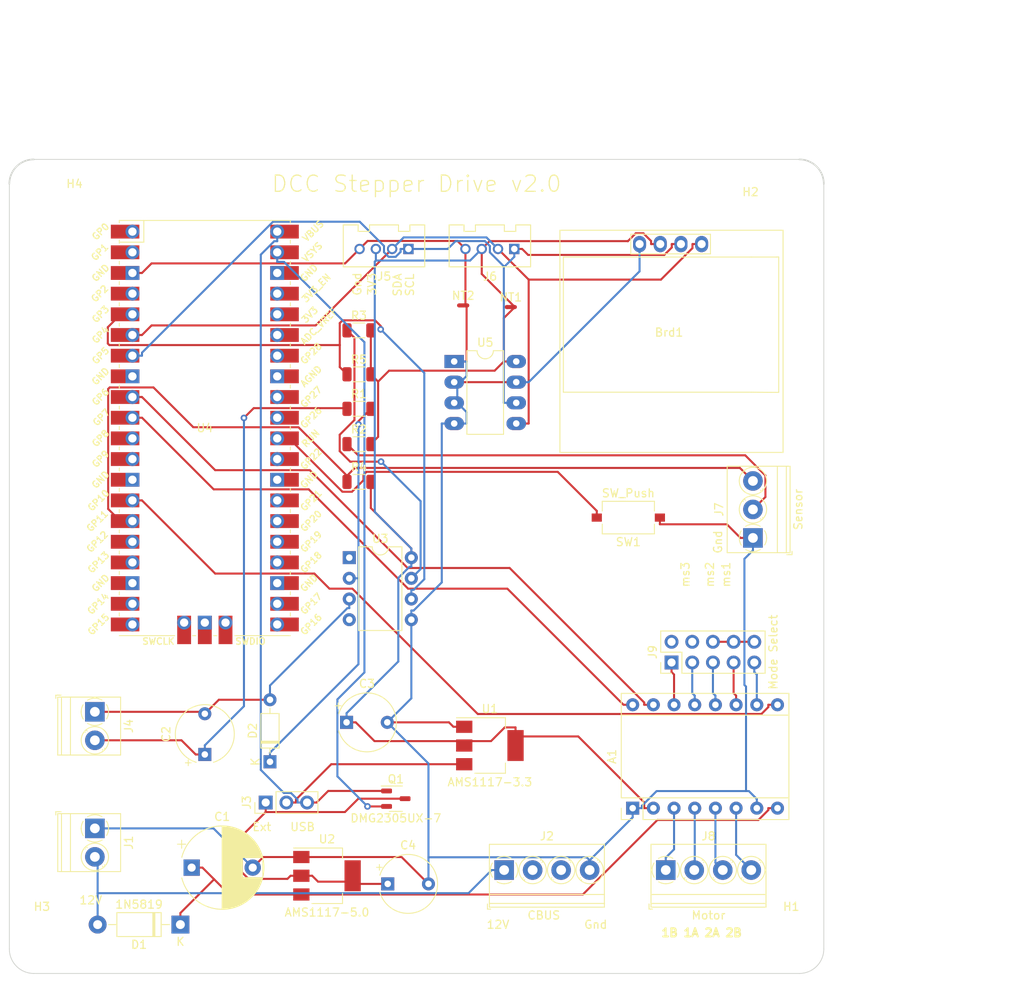
<source format=kicad_pcb>
(kicad_pcb (version 20211014) (generator pcbnew)
  (layers (0 "F.Cu" signal) (31 "B.Cu" signal) (34 "B.Paste" user) (35 "F.Paste" user) (36 "B.SilkS" user "B.Silkscreen") (37 "F.SilkS" user "F.Silkscreen") (38 "B.Mask" user) (39 "F.Mask" user) (44 "Edge.Cuts" user))
  (net 0 "")
  (net 1 "/5Vopt")
  (net 2 "Net-(A1-Pad3)")
  (net 3 "Net-(A1-Pad4)")
  (net 4 "Net-(A1-Pad5)")
  (net 5 "Net-(A1-Pad6)")
  (net 6 "Net-(A1-Pad10)")
  (net 7 "Net-(A1-Pad11)")
  (net 8 "/3V3")
  (net 9 "GND")
  (net 10 "/12V")
  (net 11 "Net-(A1-Pad12)")
  (net 12 "/5V")
  (net 13 "Net-(C2-Pad1)")
  (net 14 "Net-(D1-Pad2)")
  (net 15 "Net-(A1-Pad13)")
  (net 16 "/VBUS")
  (net 17 "Net-(A1-Pad14)")
  (net 18 "Net-(C2-Pad2)")
  (net 19 "/SDA")
  (net 20 "/SCL")
  (net 21 "/VSYS")
  (net 22 "Net-(J7-Pad2)")
  (net 23 "/DccIn")
  (net 27 "Net-(J7-Pad3)")
  (net 29 "Net-(A1-Pad9)")
  (net 52 "Net-(D2-Pad1)")
  (net 64 "Net-(A1-Pad15)")
  (net 65 "Net-(A1-Pad16)")
  (net 66 "Net-(R3-Pad1)")
  (net 67 "Net-(J6-Pad1)")
  (net 68 "Net-(J6-Pad2)")
  (net 69 "Net-(SW1-Pad2)")
  (net 70 "/+5V")
  (footprint "MountingHole:MountingHole_3.2mm_M3" (layer "F.Cu") (at 104 146)
    (fp_text reference "H3")
    (fp_text value "MountingHole")
  )
  (footprint "Diode_THT:D_DO-35_SOD27_P7.62mm_Horizontal" (layer "F.Cu") (at 132 124 90)
    (fp_text reference "D2")
    (fp_text value "1N4148")
  )
  (footprint "TerminalBlock_Phoenix:TerminalBlock_Phoenix_PT-1,5-3-3.5-H_1x03_P3.50mm_Horizontal" (layer "F.Cu") (at 191.3 96.5 90)
    (fp_text reference "J7")
    (fp_text value "Sensor")
  )
  (footprint "MCU_RaspberryPi_and_Boards:RP2040Pico" (layer "F.Cu") (at 124 83)
    (fp_text reference "U4")
    (fp_text value "Pico")
  )
  (footprint "Connector_PinHeader_2.54mm:PinHeader_1x03_P2.54mm_Vertical" (layer "F.Cu") (at 131.475 129 90)
    (fp_text reference "J3")
    (fp_text value "5V select")
  )
  (footprint "Package_TO_SOT_SMD:SOT-23-3" (layer "F.Cu") (at 147.4531 128.5327)
    (fp_text reference "Q1")
    (fp_text value "DMG2305UX-7")
  )
  (footprint "Diode_THT:D_DO-41_SOD81_P10.16mm_Horizontal" (layer "F.Cu") (at 121 144 180)
    (fp_text reference "D1")
    (fp_text value "1N5819")
  )
  (footprint "Package_TO_SOT_SMD:SOT-223-3_TabPin2" (layer "F.Cu") (at 139 138)
    (fp_text reference "U2")
    (fp_text value "AMS1117-5.0")
  )
  (footprint "MountingHole:MountingHole_3.2mm_M3" (layer "F.Cu") (at 104 54)
    (fp_text reference "H4")
    (fp_text value "MountingHole")
  )
  (footprint "Connector_PinHeader_2.54mm:PinHeader_2x05_P2.54mm_Vertical" (layer "F.Cu") (at 181.3069 111.7994 90)
    (fp_text reference "J9")
    (fp_text value "Mode Select")
  )
  (footprint "Resistor_SMD:R_1206_3216Metric" (layer "F.Cu") (at 142.92 80.6382)
    (fp_text reference "R1")
    (fp_text value "1k")
  )
  (footprint "MountingHole:MountingHole_3.2mm_M3" (layer "F.Cu") (at 196 54)
    (fp_text reference "H2")
    (fp_text value "MountingHole")
  )
  (footprint "TerminalBlock_Phoenix:TerminalBlock_Phoenix_PT-1,5-4-3.5-H_1x04_P3.50mm_Horizontal" (layer "F.Cu") (at 180.595 137.3)
    (fp_text reference "J8")
    (fp_text value "Motor")
  )
  (footprint "TerminalBlock_Phoenix:TerminalBlock_Phoenix_PT-1,5-4-3.5-H_1x04_P3.50mm_Horizontal" (layer "F.Cu") (at 160.75 137.3)
    (fp_text reference "J2")
    (fp_text value "CBUS ")
  )
  (footprint "OPL_Connector:HW4-2.0" (layer "F.Cu") (at 159 61 180)
    (fp_text reference "J6")
    (fp_text value "I2C")
  )
  (footprint "SSD1306:128x64OLED" (layer "F.Cu") (at 181 71)
    (fp_text reference "Brd1")
    (fp_text value "SSD1306")
  )
  (footprint "NetTie:NetTie-2_SMD_Pad0.5mm" (layer "F.Cu") (at 155.7207 67.9369)
    (fp_text reference "NT2")
    (fp_text value "NetTie_2")
  )
  (footprint "Package_DIP:DIP-8_W7.62mm" (layer "F.Cu") (at 141.7374 98.9215)
    (fp_text reference "U3")
    (fp_text value "6N137")
  )
  (footprint "Capacitor_THT:CP_Radial_Tantal_D7.0mm_P5.00mm" (layer "F.Cu") (at 141.4033 119.156)
    (fp_text reference "C3")
    (fp_text value "22uF")
  )
  (footprint "NetTie:NetTie-2_SMD_Pad0.5mm" (layer "F.Cu") (at 161.5686 68.1385)
    (fp_text reference "NT1")
    (fp_text value "NetTie_2")
  )
  (footprint "TerminalBlock_Phoenix:TerminalBlock_Phoenix_PT-1,5-2-3.5-H_1x02_P3.50mm_Horizontal" (layer "F.Cu") (at 110.5 132.18 -90)
    (fp_text reference "J1")
    (fp_text value "12v")
  )
  (footprint "MountingHole:MountingHole_3.2mm_M3" (layer "F.Cu") (at 196 146)
    (fp_text reference "H1")
    (fp_text value "MountingHole")
  )
  (footprint "Module:Pololu_Breakout-16_15.2x20.3mm" (layer "F.Cu") (at 176.5339 129.6961 90)
    (fp_text reference "A1")
    (fp_text value "Pololu_Breakout_A4988")
  )
  (footprint "Resistor_SMD:R_1206_3216Metric" (layer "F.Cu") (at 142.92 71)
    (fp_text reference "R3")
    (fp_text value "10k")
  )
  (footprint "Button_Switch_SMD:SW_Tactile_SPST_NO_Straight_CK_PTS636Sx25SMTRLFS" (layer "F.Cu") (at 176 94 180)
    (fp_text reference "SW1")
    (fp_text value "SW_Push")
  )
  (footprint "Package_TO_SOT_SMD:SOT-223-3_TabPin2" (layer "F.Cu") (at 159 122)
    (fp_text reference "U1")
    (fp_text value "AMS1117-3.3")
  )
  (footprint "Resistor_SMD:R_1206_3216Metric" (layer "F.Cu") (at 142.92 89.6142)
    (fp_text reference "R4")
    (fp_text value "10k")
  )
  (footprint "Package_DIP:DIP-8_W7.62mm_LongPads" (layer "F.Cu") (at 154.618 74.8243)
    (fp_text reference "U5")
    (fp_text value "CAT24C256")
  )
  (footprint "Capacitor_THT:CP_Radial_Tantal_D7.0mm_P5.00mm" (layer "F.Cu") (at 124 123.1007 90)
    (fp_text reference "C2")
    (fp_text value "270pF")
  )
  (footprint "Capacitor_THT:CP_Radial_D10.0mm_P7.50mm" (layer "F.Cu") (at 122.3823 137)
    (fp_text reference "C1")
    (fp_text value "100uF")
  )
  (footprint "Resistor_SMD:R_1206_3216Metric" (layer "F.Cu") (at 142.92 84.9763)
    (fp_text reference "R2")
    (fp_text value "330")
  )
  (footprint "Resistor_SMD:R_1206_3216Metric" (layer "F.Cu") (at 142.92 76.4)
    (fp_text reference "R5")
    (fp_text value "10k")
  )
  (footprint "Capacitor_THT:CP_Radial_Tantal_D7.0mm_P5.00mm" (layer "F.Cu") (at 146.4583 139)
    (fp_text reference "C4")
    (fp_text value "22uF")
  )
  (footprint "TerminalBlock_Phoenix:TerminalBlock_Phoenix_PT-1,5-2-3.5-H_1x02_P3.50mm_Horizontal" (layer "F.Cu") (at 110.5 117.86 -90)
    (fp_text reference "J4")
    (fp_text value "DCC")
  )
  (footprint "OPL_Connector:HW4-2.0" (layer "F.Cu") (at 146 61 180)
    (fp_text reference "J5")
    (fp_text value "Grove 2mm")
  )
  (gr_line (start 200 53) (end 200 147) (layer "Edge.Cuts") (width 0.1))
  (gr_line (start 103 50) (end 197 50) (layer "Edge.Cuts") (width 0.1))
  (gr_arc (start 100 53) (mid 100.87868 50.87868) (end 103 50) (layer "Edge.Cuts") (width 0.2))
  (gr_line (start 100 147) (end 100 53) (layer "Edge.Cuts") (width 0.1))
  (gr_line (start 197 150) (end 103 150) (layer "Edge.Cuts") (width 0.1))
  (gr_arc (start 200 147) (mid 199.12132 149.12132) (end 197 150) (layer "Edge.Cuts") (width 0.1))
  (gr_arc (start 103 150) (mid 100.87868 149.12132) (end 100 147) (layer "Edge.Cuts") (width 0.1))
  (gr_arc (start 197 50) (mid 199.12132 50.87868) (end 200 53) (layer "Edge.Cuts") (width 0.2))
  (gr_text "DCC Stepper Drive v2.0\n" (at 150 53) (layer "F.SilkS") (effects (font (size 2 2))))
  (gr_text "Gnd\n" (at 142.714313 65.315424 90) (layer "F.SilkS") (effects (font (size 1 1))))
  (gr_text "ms3" (at 183 101 90) (layer "F.SilkS") (effects (font (size 1 1))))
  (gr_text "Gnd\n" (at 187 97 90) (layer "F.SilkS") (effects (font (size 1 1))))
  (gr_text "ms1" (at 188 101 90) (layer "F.SilkS") (effects (font (size 1 1))))
  (gr_text "12V\n" (at 110 141) (layer "F.SilkS") (effects (font (size 1 1))))
  (gr_text "1B 1A 2A 2B" (at 185 145) (layer "F.SilkS") (effects (font (size 1 1) (thickness 0.25))))
  (gr_text "12V\n" (at 160 144) (layer "F.SilkS") (effects (font (size 1 1))))
  (gr_text "ms2" (at 186 101 90) (layer "F.SilkS") (effects (font (size 1 1))))
  (gr_text "Ext\n" (at 131 132) (layer "F.SilkS") (effects (font (size 1 1))))
  (gr_text "SCL" (at 149.167113 65.416249 90) (layer "F.SilkS") (effects (font (size 1 1))))
  (gr_text "3V3" (at 144.529162 65.315422 90) (layer "F.SilkS") (effects (font (size 1 1))))
  (gr_text "USB\n" (at 136 132) (layer "F.SilkS") (effects (font (size 1 1))))
  (gr_text "SDA" (at 147.654737 65.416247 90) (layer "F.SilkS") (effects (font (size 1 1))))
  (gr_text "Gnd\n" (at 172 144) (layer "F.SilkS") (effects (font (size 1 1))))
  (segment (start 134.015 129) (end 135.1901 129) (width 0.25) (layer "F.Cu") (net 1))
  (segment (start 139.5248 124.3) (end 135.1901 128.6347) (width 0.25) (layer "F.Cu") (net 1))
  (segment (start 155.85 124.3) (end 139.5248 124.3) (width 0.25) (layer "F.Cu") (net 1))
  (segment (start 135.1901 128.6347) (end 135.1901 129) (width 0.25) (layer "F.Cu") (net 1))
  (segment (start 180.595 137.3) (end 180.595 135.7749) (width 0.25) (layer "B.Cu") (net 2))
  (segment (start 181.6139 129.6961) (end 181.6139 134.756) (width 0.25) (layer "B.Cu") (net 2))
  (segment (start 181.6139 134.756) (end 180.595 135.7749) (width 0.25) (layer "B.Cu") (net 2))
  (segment (start 184.1539 129.6961) (end 184.1539 137.2411) (width 0.25) (layer "B.Cu") (net 3))
  (segment (start 184.1539 137.2411) (end 184.095 137.3) (width 0.25) (layer "B.Cu") (net 3))
  (segment (start 186.6939 129.6961) (end 186.6939 136.3989) (width 0.25) (layer "B.Cu") (net 4))
  (segment (start 186.6939 136.3989) (end 187.595 137.3) (width 0.25) (layer "B.Cu") (net 4))
  (segment (start 189.2339 129.6961) (end 189.2339 135.4389) (width 0.25) (layer "B.Cu") (net 5))
  (segment (start 189.2339 135.4389) (end 191.095 137.3) (width 0.25) (layer "B.Cu") (net 5))
  (segment (start 191.4669 111.7994) (end 191.4669 112.9745) (width 0.25) (layer "B.Cu") (net 6))
  (segment (start 191.7739 113.2815) (end 191.4669 112.9745) (width 0.25) (layer "B.Cu") (net 6))
  (segment (start 191.7739 116.9961) (end 191.7739 113.2815) (width 0.25) (layer "B.Cu") (net 6))
  (segment (start 189.2339 115.871) (end 188.9269 115.564) (width 0.25) (layer "F.Cu") (net 7))
  (segment (start 188.9269 115.564) (end 188.9269 111.7994) (width 0.25) (layer "F.Cu") (net 7))
  (segment (start 189.2339 116.9961) (end 189.2339 115.871) (width 0.25) (layer "F.Cu") (net 7))
  (segment (start 149.3574 97.7964) (end 144.3825 92.8215) (width 0.25) (layer "F.Cu") (net 8))
  (segment (start 179.0739 129.6961) (end 177.9488 129.6961) (width 0.25) (layer "F.Cu") (net 8))
  (segment (start 141.4033 119.156) (end 142.5284 119.156) (width 0.25) (layer "F.Cu") (net 8))
  (segment (start 162.15 122) (end 162.15 120.8874) (width 0.25) (layer "F.Cu") (net 8))
  (segment (start 175.9491 60.0398) (end 175.9491 60.0399) (width 0.25) (layer "F.Cu") (net 8))
  (segment (start 175.9491 60.0399) (end 158.9619 60.0399) (width 0.25) (layer "F.Cu") (net 8))
  (segment (start 169.8534 120.8874) (end 177.9488 128.9828) (width 0.25) (layer "F.Cu") (net 8))
  (segment (start 162.15 120.8874) (end 169.8534 120.8874) (width 0.25) (layer "F.Cu") (net 8))
  (segment (start 178.7949 60.4) (end 178.7949 60.0238) (width 0.25) (layer "F.Cu") (net 8))
  (segment (start 177.9488 128.9828) (end 177.9488 129.6961) (width 0.25) (layer "F.Cu") (net 8))
  (segment (start 144.3825 71) (end 144.3825 76.4) (width 0.25) (layer "F.Cu") (net 8))
  (segment (start 155.85 121.4624) (end 159.1374 121.4624) (width 0.25) (layer "F.Cu") (net 8))
  (segment (start 160.7129 69.4942) (end 160.7129 74.8243) (width 0.25) (layer "F.Cu") (net 8))
  (segment (start 176.914 59.0749) (end 175.9491 60.0398) (width 0.25) (layer "F.Cu") (net 8))
  (segment (start 158.9619 60.0399) (end 158.0018 61) (width 0.25) (layer "F.Cu") (net 8))
  (segment (start 142.5284 119.156) (end 144.8348 121.4624) (width 0.25) (layer "F.Cu") (net 8))
  (segment (start 160.8249 119.7749) (end 162.15 119.7749) (width 0.25) (layer "F.Cu") (net 8))
  (segment (start 177.846 59.0749) (end 176.914 59.0749) (width 0.25) (layer "F.Cu") (net 8))
  (segment (start 144.3825 76.4) (end 145.2782 77.2957) (width 0.25) (layer "F.Cu") (net 8))
  (segment (start 146.6244 75.9495) (end 145.2782 77.2957) (width 0.25) (layer "F.Cu") (net 8))
  (segment (start 145.2782 77.2957) (end 145.2782 84.0806) (width 0.25) (layer "F.Cu") (net 8))
  (segment (start 178.7949 60.0238) (end 177.846 59.0749) (width 0.25) (layer "F.Cu") (net 8))
  (segment (start 162.0686 68.1385) (end 160.7129 69.4942) (width 0.25) (layer "F.Cu") (net 8))
  (segment (start 162.15 120.8874) (end 162.15 119.7749) (width 0.25) (layer "F.Cu") (net 8))
  (segment (start 162.238 74.8243) (end 160.7129 74.8243) (width 0.25) (layer "F.Cu") (net 8))
  (segment (start 159.5877 75.9495) (end 146.6244 75.9495) (width 0.25) (layer "F.Cu") (net 8))
  (segment (start 144.3825 92.8215) (end 144.3825 89.6142) (width 0.25) (layer "F.Cu") (net 8))
  (segment (start 155.85 122) (end 155.85 121.4624) (width 0.25) (layer "F.Cu") (net 8))
  (segment (start 162.0686 68.1385) (end 158.0018 64.0717) (width 0.25) (layer "F.Cu") (net 8))
  (segment (start 149.3574 98.9215) (end 149.3574 97.7964) (width 0.25) (layer "F.Cu") (net 8))
  (segment (start 160.7129 74.8243) (end 159.5877 75.9495) (width 0.25) (layer "F.Cu") (net 8))
  (segment (start 158.0018 64.0717) (end 158.0018 61) (width 0.25) (layer "F.Cu") (net 8))
  (segment (start 159.1374 121.4624) (end 160.8249 119.7749) (width 0.25) (layer "F.Cu") (net 8))
  (segment (start 145.2782 84.0806) (end 144.3825 84.9763) (width 0.25) (layer "F.Cu") (net 8))
  (segment (start 179.92 60.4) (end 178.7949 60.4) (width 0.25) (layer "F.Cu") (net 8))
  (segment (start 144.8348 121.4624) (end 155.85 121.4624) (width 0.25) (layer "F.Cu") (net 8))
  (segment (start 149.3574 98.9215) (end 149.3574 100.0466) (width 0.25) (layer "B.Cu") (net 8))
  (segment (start 147.7563 111.6779) (end 141.4033 118.0309) (width 0.25) (layer "B.Cu") (net 8))
  (segment (start 149.3574 98.9215) (end 149.3574 97.7964) (width 0.25) (layer "B.Cu") (net 8))
  (segment (start 147.7563 101.4145) (end 147.7563 111.6779) (width 0.25) (layer "B.Cu") (net 8))
  (segment (start 144.8667 62.56) (end 144.8667 93.3057) (width 0.25) (layer "B.Cu") (net 8))
  (segment (start 156.5769 62.4249) (end 158.0018 61) (width 0.25) (layer "B.Cu") (net 8))
  (segment (start 145.0018 62.4249) (end 144.8667 62.56) (width 0.25) (layer "B.Cu") (net 8))
  (segment (start 144.8667 93.3057) (end 149.3574 97.7964) (width 0.25) (layer "B.Cu") (net 8))
  (segment (start 145.0018 62.4249) (end 156.5769 62.4249) (width 0.25) (layer "B.Cu") (net 8))
  (segment (start 149.3574 100.0466) (end 149.1242 100.0466) (width 0.25) (layer "B.Cu") (net 8))
  (segment (start 149.1242 100.0466) (end 147.7563 101.4145) (width 0.25) (layer "B.Cu") (net 8))
  (segment (start 145.0018 61) (end 145.0018 62.4249) (width 0.25) (layer "B.Cu") (net 8))
  (segment (start 141.4033 119.156) (end 141.4033 118.0309) (width 0.25) (layer "B.Cu") (net 8))
  (segment (start 148.1583 135.7) (end 135.85 135.7) (width 0.25) (layer "F.Cu") (net 9))
  (segment (start 154.618 74.8243) (end 156.1431 74.8243) (width 0.25) (layer "F.Cu") (net 9))
  (segment (start 179.875 94) (end 179.875 94.8251) (width 0.25) (layer "F.Cu") (net 9))
  (segment (start 146.4033 119.156) (end 153.9809 119.156) (width 0.25) (layer "F.Cu") (net 9))
  (segment (start 143.0003 61) (end 141.2254 62.7749) (width 0.25) (layer "F.Cu") (net 9))
  (segment (start 153.9809 119.156) (end 154.5249 119.7) (width 0.25) (layer "F.Cu") (net 9))
  (segment (start 141.2254 62.7749) (end 117.4602 62.7749) (width 0.25) (layer "F.Cu") (net 9))
  (segment (start 129.8823 137) (end 131.1823 135.7) (width 0.25) (layer "F.Cu") (net 9))
  (segment (start 143.0003 61) (end 143.9827 60.0176) (width 0.25) (layer "F.Cu") (net 9))
  (segment (start 155.85 119.7) (end 154.5249 119.7) (width 0.25) (layer "F.Cu") (net 9))
  (segment (start 156.0003 61) (end 156.0003 67.7165) (width 0.25) (layer "F.Cu") (net 9))
  (segment (start 117.4602 62.7749) (end 116.2851 63.95) (width 0.25) (layer "F.Cu") (net 9))
  (segment (start 151.4583 139) (end 148.1583 135.7) (width 0.25) (layer "F.Cu") (net 9))
  (segment (start 179.875 94.8251) (end 188.1 94.8251) (width 0.25) (layer "F.Cu") (net 9))
  (segment (start 156.0003 67.7165) (end 156.2207 67.9369) (width 0.25) (layer "F.Cu") (net 9))
  (segment (start 191.3 96.5) (end 189.7749 96.5) (width 0.25) (layer "F.Cu") (net 9))
  (segment (start 156.1431 68.0145) (end 156.2207 67.9369) (width 0.25) (layer "F.Cu") (net 9))
  (segment (start 156.1431 74.8243) (end 156.1431 68.0145) (width 0.25) (layer "F.Cu") (net 9))
  (segment (start 162.238 77.3643) (end 154.618 77.3643) (width 0.25) (layer "F.Cu") (net 9))
  (segment (start 155.0179 60.0176) (end 156.0003 61) (width 0.25) (layer "F.Cu") (net 9))
  (segment (start 115.11 63.95) (end 116.2851 63.95) (width 0.25) (layer "F.Cu") (net 9))
  (segment (start 131.1823 135.7) (end 135.85 135.7) (width 0.25) (layer "F.Cu") (net 9))
  (segment (start 188.1 94.8251) (end 189.7749 96.5) (width 0.25) (layer "F.Cu") (net 9))
  (segment (start 143.9827 60.0176) (end 155.0179 60.0176) (width 0.25) (layer "F.Cu") (net 9))
  (segment (start 151.4583 135.7301) (end 170.875 135.7301) (width 0.25) (layer "B.Cu") (net 9))
  (segment (start 154.618 79.9043) (end 154.9993 79.9043) (width 0.25) (layer "B.Cu") (net 9))
  (segment (start 176.5339 130.8212) (end 171.25 136.1051) (width 0.25) (layer "B.Cu") (net 9))
  (segment (start 191.7739 129.6961) (end 191.7739 128.571) (width 0.25) (layer "B.Cu") (net 9))
  (segment (start 176.5339 129.6961) (end 176.5339 130.8212) (width 0.25) (layer "B.Cu") (net 9))
  (segment (start 154.618 82.4443) (end 156.1431 82.4443) (width 0.25) (layer "B.Cu") (net 9))
  (segment (start 154.618 74.8243) (end 156.1431 74.8243) (width 0.25) (layer "B.Cu") (net 9))
  (segment (start 177.38 60.4) (end 177.38 63.7474) (width 0.25) (layer "B.Cu") (net 9))
  (segment (start 149.3574 116.2019) (end 149.3574 106.5415) (width 0.25) (layer "B.Cu") (net 9))
  (segment (start 151.4583 124.211) (end 151.4583 135.7301) (width 0.25) (layer "B.Cu") (net 9))
  (segment (start 154.9993 77.3643) (end 155.3806 77.3643) (width 0.25) (layer "B.Cu") (net 9))
  (segment (start 149.3574 105.4164) (end 149.6387 105.4164) (width 0.25) (layer "B.Cu") (net 9))
  (segment (start 177.659 129.6961) (end 177.659 129.4148) (width 0.25) (layer "B.Cu") (net 9))
  (segment (start 153.0929 101.9622) (end 153.0929 82.4443) (width 0.25) (layer "B.Cu") (net 9))
  (segment (start 179.4756 127.5982) (end 190.4509 127.5982) (width 0.25) (layer "B.Cu") (net 9))
  (segment (start 151.4583 135.7301) (end 151.4583 139) (width 0.25) (layer "B.Cu") (net 9))
  (segment (start 146.4033 119.156) (end 151.4583 124.211) (width 0.25) (layer "B.Cu") (net 9))
  (segment (start 190.4509 127.5982) (end 190.8011 127.5982) (width 0.25) (layer "B.Cu") (net 9))
  (segment (start 190.8011 127.5982) (end 191.7739 128.571) (width 0.25) (layer "B.Cu") (net 9))
  (segment (start 154.9993 79.9043) (end 156.1431 81.0481) (width 0.25) (layer "B.Cu") (net 9))
  (segment (start 190.4509 114.7588) (end 190.253 114.5609) (width 0.25) (layer "B.Cu") (net 9))
  (segment (start 176.5339 129.6961) (end 177.659 129.6961) (width 0.25) (layer "B.Cu") (net 9))
  (segment (start 149.3574 106.5415) (end 149.3574 105.4164) (width 0.25) (layer "B.Cu") (net 9))
  (segment (start 154.618 82.4443) (end 153.0929 82.4443) (width 0.25) (layer "B.Cu") (net 9))
  (segment (start 156.1431 81.0481) (end 156.1431 82.4443) (width 0.25) (layer "B.Cu") (net 9))
  (segment (start 190.253 99.0721) (end 191.3 98.0251) (width 0.25) (layer "B.Cu") (net 9))
  (segment (start 125.0623 132.18) (end 110.5 132.18) (width 0.25) (layer "B.Cu") (net 9))
  (segment (start 154.9993 77.3643) (end 154.9993 79.9043) (width 0.25) (layer "B.Cu") (net 9))
  (segment (start 146.4033 119.156) (end 149.3574 116.2019) (width 0.25) (layer "B.Cu") (net 9))
  (segment (start 154.618 77.3643) (end 154.9993 77.3643) (width 0.25) (layer "B.Cu") (net 9))
  (segment (start 162.238 77.3643) (end 163.7631 77.3643) (width 0.25) (layer "B.Cu") (net 9))
  (segment (start 191.3 96.5) (end 191.3 98.0251) (width 0.25) (layer "B.Cu") (net 9))
  (segment (start 129.8823 137) (end 125.0623 132.18) (width 0.25) (layer "B.Cu") (net 9))
  (segment (start 190.253 114.5609) (end 190.253 99.0721) (width 0.25) (layer "B.Cu") (net 9))
  (segment (start 149.6387 105.4164) (end 153.0929 101.9622) (width 0.25) (layer "B.Cu") (net 9))
  (segment (start 171.25 136.1051) (end 171.25 137.3) (width 0.25) (layer "B.Cu") (net 9))
  (segment (start 190.4509 127.5982) (end 190.4509 114.7588) (width 0.25) (layer "B.Cu") (net 9))
  (segment (start 177.38 63.7474) (end 163.7631 77.3643) (width 0.25) (layer "B.Cu") (net 9))
  (segment (start 177.659 129.4148) (end 179.4756 127.5982) (width 0.25) (layer "B.Cu") (net 9))
  (segment (start 156.1431 76.6018) (end 156.1431 74.8243) (width 0.25) (layer "B.Cu") (net 9))
  (segment (start 170.875 135.7301) (end 171.25 136.1051) (width 0.25) (layer "B.Cu") (net 9))
  (segment (start 155.3806 77.3643) (end 156.1431 76.6018) (width 0.25) (layer "B.Cu") (net 9))
  (segment (start 123.7074 137) (end 125.1412 138.4337) (width 0.25) (layer "F.Cu") (net 10))
  (segment (start 191.972 131.146) (end 193.1888 129.9292) (width 0.25) (layer "F.Cu") (net 10))
  (segment (start 125.1412 138.4337) (end 127.0074 140.3) (width 0.25) (layer "F.Cu") (net 10))
  (segment (start 125.1412 138.4337) (end 121 142.5749) (width 0.25) (layer "F.Cu") (net 10))
  (segment (start 194.3139 129.6961) (end 193.1888 129.6961) (width 0.25) (layer "F.Cu") (net 10))
  (segment (start 135.85 140.3) (end 170.4141 140.3) (width 0.25) (layer "F.Cu") (net 10))
  (segment (start 127.0074 140.3) (end 135.85 140.3) (width 0.25) (layer "F.Cu") (net 10))
  (segment (start 121 144) (end 121 142.5749) (width 0.25) (layer "F.Cu") (net 10))
  (segment (start 122.3823 137) (end 123.7074 137) (width 0.25) (layer "F.Cu") (net 10))
  (segment (start 179.5681 131.146) (end 191.972 131.146) (width 0.25) (layer "F.Cu") (net 10))
  (segment (start 170.4141 140.3) (end 179.5681 131.146) (width 0.25) (layer "F.Cu") (net 10))
  (segment (start 193.1888 129.9292) (end 193.1888 129.6961) (width 0.25) (layer "F.Cu") (net 10))
  (segment (start 186.6939 115.871) (end 186.3869 115.564) (width 0.25) (layer "B.Cu") (net 11))
  (segment (start 186.6939 116.9961) (end 186.6939 115.871) (width 0.25) (layer "B.Cu") (net 11))
  (segment (start 186.3869 115.564) (end 186.3869 111.7994) (width 0.25) (layer "B.Cu") (net 11))
  (segment (start 136.5126 138) (end 135.85 138) (width 0.25) (layer "F.Cu") (net 12))
  (segment (start 134.1423 138.3826) (end 134.5249 138) (width 0.25) (layer "F.Cu") (net 12))
  (segment (start 142.425 139) (end 142.15 138.725) (width 0.25) (layer "F.Cu") (net 12))
  (segment (start 128.5415 133.1086) (end 128.5415 137.5587) (width 0.25) (layer "F.Cu") (net 12))
  (segment (start 142.15 138.725) (end 137.9001 138.725) (width 0.25) (layer "F.Cu") (net 12))
  (segment (start 142.15 138) (end 142.15 138.725) (width 0.25) (layer "F.Cu") (net 12))
  (segment (start 148.5906 128.5327) (end 142.8472 128.5327) (width 0.25) (layer "F.Cu") (net 12))
  (segment (start 142.8472 128.5327) (end 141.2048 130.1751) (width 0.25) (layer "F.Cu") (net 12))
  (segment (start 129.3654 138.3826) (end 134.1423 138.3826) (width 0.25) (layer "F.Cu") (net 12))
  (segment (start 131.475 129) (end 131.475 130.1751) (width 0.25) (layer "F.Cu") (net 12))
  (segment (start 137.9001 138.725) (end 137.1751 138) (width 0.25) (layer "F.Cu") (net 12))
  (segment (start 146.4583 139) (end 142.425 139) (width 0.25) (layer "F.Cu") (net 12))
  (segment (start 128.5415 137.5587) (end 129.3654 138.3826) (width 0.25) (layer "F.Cu") (net 12))
  (segment (start 141.2048 130.1751) (end 131.475 130.1751) (width 0.25) (layer "F.Cu") (net 12))
  (segment (start 135.85 138) (end 134.5249 138) (width 0.25) (layer "F.Cu") (net 12))
  (segment (start 136.5126 138) (end 137.1751 138) (width 0.25) (layer "F.Cu") (net 12))
  (segment (start 131.475 130.1751) (end 128.5415 133.1086) (width 0.25) (layer "F.Cu") (net 12))
  (segment (start 141.3741 80.5548) (end 141.4575 80.6382) (width 0.25) (layer "F.Cu") (net 13))
  (segment (start 130.0045 80.5548) (end 141.3741 80.5548) (width 0.25) (layer "F.Cu") (net 13))
  (segment (start 110.5 121.36) (end 121.1342 121.36) (width 0.25) (layer "F.Cu") (net 13))
  (segment (start 121.1342 121.36) (end 122.8749 123.1007) (width 0.25) (layer "F.Cu") (net 13))
  (segment (start 128.8043 81.755) (end 130.0045 80.5548) (width 0.25) (layer "F.Cu") (net 13))
  (segment (start 124 123.1007) (end 122.8749 123.1007) (width 0.25) (layer "F.Cu") (net 13))
  (via (at 128.8043 81.755) (size 0.8) (drill 0.4) (layers "F.Cu" "B.Cu") (net 13))
  (segment (start 124 121.9756) (end 128.8043 117.1713) (width 0.25) (layer "B.Cu") (net 13))
  (segment (start 124 123.1007) (end 124 121.9756) (width 0.25) (layer "B.Cu") (net 13))
  (segment (start 128.8043 117.1713) (end 128.8043 81.755) (width 0.25) (layer "B.Cu") (net 13))
  (segment (start 110.84 140.1424) (end 110.84 144) (width 0.25) (layer "B.Cu") (net 14))
  (segment (start 110.5 135.68) (end 110.84 136.02) (width 0.25) (layer "B.Cu") (net 14))
  (segment (start 110.84 140.1424) (end 156.3825 140.1424) (width 0.25) (layer "B.Cu") (net 14))
  (segment (start 156.3825 140.1424) (end 159.2249 137.3) (width 0.25) (layer "B.Cu") (net 14))
  (segment (start 110.84 136.02) (end 110.84 140.1424) (width 0.25) (layer "B.Cu") (net 14))
  (segment (start 160.75 137.3) (end 159.2249 137.3) (width 0.25) (layer "B.Cu") (net 14))
  (segment (start 184.1539 115.871) (end 183.8469 115.564) (width 0.25) (layer "B.Cu") (net 15))
  (segment (start 184.1539 116.9961) (end 184.1539 115.871) (width 0.25) (layer "B.Cu") (net 15))
  (segment (start 183.8469 115.564) (end 183.8469 111.7994) (width 0.25) (layer "B.Cu") (net 15))
  (segment (start 136.555 129) (end 137.7301 129) (width 0.25) (layer "F.Cu") (net 16))
  (segment (start 146.3156 127.5827) (end 139.1474 127.5827) (width 0.25) (layer "F.Cu") (net 16))
  (segment (start 139.1474 127.5827) (end 137.7301 129) (width 0.25) (layer "F.Cu") (net 16))
  (segment (start 130.8717 124.9929) (end 130.8717 61.6962) (width 0.25) (layer "B.Cu") (net 16))
  (segment (start 134.5721 127.8249) (end 133.7037 127.8249) (width 0.25) (layer "B.Cu") (net 16))
  (segment (start 133.7037 127.8249) (end 130.8717 124.9929) (width 0.25) (layer "B.Cu") (net 16))
  (segment (start 135.3799 129) (end 135.3799 128.6327) (width 0.25) (layer "B.Cu") (net 16))
  (segment (start 135.3799 128.6327) (end 134.5721 127.8249) (width 0.25) (layer "B.Cu") (net 16))
  (segment (start 132.89 58.87) (end 132.89 60.0451) (width 0.25) (layer "B.Cu") (net 16))
  (segment (start 132.5228 60.0451) (end 132.89 60.0451) (width 0.25) (layer "B.Cu") (net 16))
  (segment (start 130.8717 61.6962) (end 132.5228 60.0451) (width 0.25) (layer "B.Cu") (net 16))
  (segment (start 136.555 129) (end 135.3799 129) (width 0.25) (layer "B.Cu") (net 16))
  (segment (start 181.6139 116.9961) (end 181.6139 113.2815) (width 0.25) (layer "F.Cu") (net 17))
  (segment (start 181.3069 111.7994) (end 181.3069 112.9745) (width 0.25) (layer "F.Cu") (net 17))
  (segment (start 181.6139 113.2815) (end 181.3069 112.9745) (width 0.25) (layer "F.Cu") (net 17))
  (segment (start 132 116.38) (end 125.7207 116.38) (width 0.25) (layer "F.Cu") (net 18))
  (segment (start 123.7593 117.86) (end 124 118.1007) (width 0.25) (layer "F.Cu") (net 18))
  (segment (start 110.5 117.86) (end 123.7593 117.86) (width 0.25) (layer "F.Cu") (net 18))
  (segment (start 125.7207 116.38) (end 124 118.1007) (width 0.25) (layer "F.Cu") (net 18))
  (segment (start 141.7374 104.0015) (end 141.7374 105.1266) (width 0.25) (layer "B.Cu") (net 18))
  (segment (start 132 116.38) (end 132 114.6308) (width 0.25) (layer "B.Cu") (net 18))
  (segment (start 132 114.6308) (end 141.5042 105.1266) (width 0.25) (layer "B.Cu") (net 18))
  (segment (start 141.5042 105.1266) (end 141.7374 105.1266) (width 0.25) (layer "B.Cu") (net 18))
  (segment (start 117.4602 70.3949) (end 137.6033 70.3949) (width 0.25) (layer "F.Cu") (net 19))
  (segment (start 162.238 82.4443) (end 163.7631 82.4443) (width 0.25) (layer "F.Cu") (net 19))
  (segment (start 116.2851 71.57) (end 117.4602 70.3949) (width 0.25) (layer "F.Cu") (net 19))
  (segment (start 137.6033 70.3949) (end 146.9982 61) (width 0.25) (layer "F.Cu") (net 19))
  (segment (start 180.0076 64.7649) (end 183.8749 60.8976) (width 0.25) (layer "F.Cu") (net 19))
  (segment (start 163.7631 64.7649) (end 163.7631 82.4443) (width 0.25) (layer "F.Cu") (net 19))
  (segment (start 163.7631 64.7649) (end 180.0076 64.7649) (width 0.25) (layer "F.Cu") (net 19))
  (segment (start 185 60.4) (end 183.8749 60.4) (width 0.25) (layer "F.Cu") (net 19))
  (segment (start 183.8749 60.8976) (end 183.8749 60.4) (width 0.25) (layer "F.Cu") (net 19))
  (segment (start 115.11 71.57) (end 116.2851 71.57) (width 0.25) (layer "F.Cu") (net 19))
  (segment (start 159.9982 61) (end 163.7631 64.7649) (width 0.25) (layer "F.Cu") (net 19))
  (segment (start 158.5802 59.582) (end 148.4162 59.582) (width 0.25) (layer "B.Cu") (net 19))
  (segment (start 159.9982 61) (end 158.5802 59.582) (width 0.25) (layer "B.Cu") (net 19))
  (segment (start 148.4162 59.582) (end 146.9982 61) (width 0.25) (layer "B.Cu") (net 19))
  (segment (start 181.3349 60.8164) (end 181.3349 60.4) (width 0.25) (layer "F.Cu") (net 20))
  (segment (start 182.46 60.4) (end 181.3349 60.4) (width 0.25) (layer "F.Cu") (net 20))
  (segment (start 180.4181 61.7332) (end 181.3349 60.8164) (width 0.25) (layer "F.Cu") (net 20))
  (segment (start 163.693 61.7332) (end 180.4181 61.7332) (width 0.25) (layer "F.Cu") (net 20))
  (segment (start 161.9997 61) (end 162.9598 61) (width 0.25) (layer "F.Cu") (net 20))
  (segment (start 162.9598 61) (end 163.693 61.7332) (width 0.25) (layer "F.Cu") (net 20))
  (segment (start 148.0396 61.36) (end 147.4324 61.9672) (width 0.25) (layer "B.Cu") (net 20))
  (segment (start 143.0196 57.6529) (end 132.3769 57.6529) (width 0.25) (layer "B.Cu") (net 20))
  (segment (start 160.7689 63.1909) (end 161.9997 61.9601) (width 0.25) (layer "B.Cu") (net 20))
  (segment (start 148.0396 61) (end 148.0396 61.36) (width 0.25) (layer "B.Cu") (net 20))
  (segment (start 148.9997 61) (end 148.0396 61) (width 0.25) (layer "B.Cu") (net 20))
  (segment (start 159 61.4221) (end 159 60.6385) (width 0.25) (layer "B.Cu") (net 20))
  (segment (start 146 61.3966) (end 146 60.6333) (width 0.25) (layer "B.Cu") (net 20))
  (segment (start 116.2851 73.7447) (end 116.2851 74.11) (width 0.25) (layer "B.Cu") (net 20))
  (segment (start 132.3769 57.6529) (end 116.2851 73.7447) (width 0.25) (layer "B.Cu") (net 20))
  (segment (start 159 60.6385) (end 158.3936 60.0321) (width 0.25) (layer "B.Cu") (net 20))
  (segment (start 161.9997 61) (end 161.9997 61.9601) (width 0.25) (layer "B.Cu") (net 20))
  (segment (start 160.7689 63.1909) (end 159 61.4221) (width 0.25) (layer "B.Cu") (net 20))
  (segment (start 147.4324 61.9672) (end 146.5706 61.9672) (width 0.25) (layer "B.Cu") (net 20))
  (segment (start 146.5706 61.9672) (end 146 61.3966) (width 0.25) (layer "B.Cu") (net 20))
  (segment (start 158.3936 60.0321) (end 154.7963 60.0321) (width 0.25) (layer "B.Cu") (net 20))
  (segment (start 153.8284 61) (end 148.9997 61) (width 0.25) (layer "B.Cu") (net 20))
  (segment (start 162.238 79.9043) (end 160.7129 79.9043) (width 0.25) (layer "B.Cu") (net 20))
  (segment (start 115.11 74.11) (end 116.2851 74.11) (width 0.25) (layer "B.Cu") (net 20))
  (segment (start 146 60.6333) (end 143.0196 57.6529) (width 0.25) (layer "B.Cu") (net 20))
  (segment (start 154.7963 60.0321) (end 153.8284 61) (width 0.25) (layer "B.Cu") (net 20))
  (segment (start 160.7129 63.2469) (end 160.7689 63.1909) (width 0.25) (layer "B.Cu") (net 20))
  (segment (start 160.7129 79.9043) (end 160.7129 63.2469) (width 0.25) (layer "B.Cu") (net 20))
  (segment (start 146.3156 129.4827) (end 143.9727 129.4827) (width 0.25) (layer "F.Cu") (net 21))
  (via (at 143.9727 129.4827) (size 0.8) (drill 0.4) (layers "F.Cu" "B.Cu") (net 21))
  (segment (start 140.2781 125.7881) (end 140.2781 116.3383) (width 0.25) (layer "B.Cu") (net 21))
  (segment (start 133.721 62.5851) (end 132.89 62.5851) (width 0.25) (layer "B.Cu") (net 21))
  (segment (start 132.89 61.41) (end 132.89 62.5851) (width 0.25) (layer "B.Cu") (net 21))
  (segment (start 143.5966 113.0198) (end 143.5966 72.4607) (width 0.25) (layer "B.Cu") (net 21))
  (segment (start 143.5966 72.4607) (end 133.721 62.5851) (width 0.25) (layer "B.Cu") (net 21))
  (segment (start 140.2781 116.3383) (end 143.5966 113.0198) (width 0.25) (layer "B.Cu") (net 21))
  (segment (start 143.9727 129.4827) (end 140.2781 125.7881) (width 0.25) (layer "B.Cu") (net 21))
  (segment (start 192.8323 88.8289) (end 190.3562 86.3528) (width 0.25) (layer "F.Cu") (net 22))
  (segment (start 142.834 86.3528) (end 141.4575 84.9763) (width 0.25) (layer "F.Cu") (net 22))
  (segment (start 192.8323 91.4677) (end 192.8323 88.8289) (width 0.25) (layer "F.Cu") (net 22))
  (segment (start 191.3 93) (end 192.8323 91.4677) (width 0.25) (layer "F.Cu") (net 22))
  (segment (start 190.3562 86.3528) (end 142.834 86.3528) (width 0.25) (layer "F.Cu") (net 22))
  (segment (start 145.5918 70.4569) (end 144.9049 69.77) (width 0.25) (layer "F.Cu") (net 23))
  (segment (start 140.5687 75.5112) (end 141.4575 76.4) (width 0.25) (layer "F.Cu") (net 23))
  (segment (start 144.9049 69.77) (end 140.9082 69.77) (width 0.25) (layer "F.Cu") (net 23))
  (segment (start 145.5918 70.8782) (end 145.5918 70.4569) (width 0.25) (layer "F.Cu") (net 23))
  (segment (start 140.5687 72.8068) (end 140.5687 75.5112) (width 0.25) (layer "F.Cu") (net 23))
  (segment (start 112.2774 72.8068) (end 140.5687 72.8068) (width 0.25) (layer "F.Cu") (net 23))
  (segment (start 140.9082 69.77) (end 140.5687 70.1095) (width 0.25) (layer "F.Cu") (net 23))
  (segment (start 112.0902 72.6196) (end 112.2774 72.8068) (width 0.25) (layer "F.Cu") (net 23))
  (segment (start 112.0902 70.6109) (end 112.0902 72.6196) (width 0.25) (layer "F.Cu") (net 23))
  (segment (start 113.6711 69.03) (end 112.0902 70.6109) (width 0.25) (layer "F.Cu") (net 23))
  (segment (start 115.11 69.03) (end 113.6711 69.03) (width 0.25) (layer "F.Cu") (net 23))
  (segment (start 140.5687 70.1095) (end 140.5687 72.8068) (width 0.25) (layer "F.Cu") (net 23))
  (via (at 145.5918 70.8782) (size 0.8) (drill 0.4) (layers "F.Cu" "B.Cu") (net 23))
  (segment (start 149.3574 102.8764) (end 149.6387 102.8764) (width 0.25) (layer "B.Cu") (net 23))
  (segment (start 149.6387 102.8764) (end 150.948 101.5671) (width 0.25) (layer "B.Cu") (net 23))
  (segment (start 150.948 76.2344) (end 145.5918 70.8782) (width 0.25) (layer "B.Cu") (net 23))
  (segment (start 150.948 101.5671) (end 150.948 76.2344) (width 0.25) (layer "B.Cu") (net 23))
  (segment (start 149.3574 104.0015) (end 149.3574 102.8764) (width 0.25) (layer "B.Cu") (net 23))
  (segment (start 115.11 94.43) (end 113.6223 94.43) (width 0.25) (layer "F.Cu") (net 27))
  (segment (start 191.3 89.5) (end 189.7019 87.9019) (width 0.25) (layer "F.Cu") (net 27))
  (segment (start 135.5005 82.9052) (end 141.4575 88.8622) (width 0.25) (layer "F.Cu") (net 27))
  (segment (start 113.6223 94.43) (end 112.1348 92.9425) (width 0.25) (layer "F.Cu") (net 27))
  (segment (start 112.3135 78.0148) (end 117.6973 78.0148) (width 0.25) (layer "F.Cu") (net 27))
  (segment (start 112.1348 92.9425) (end 112.1348 78.1935) (width 0.25) (layer "F.Cu") (net 27))
  (segment (start 141.4575 88.8622) (end 141.4575 89.6142) (width 0.25) (layer "F.Cu") (net 27))
  (segment (start 189.7019 87.9019) (end 142.4178 87.9019) (width 0.25) (layer "F.Cu") (net 27))
  (segment (start 117.6973 78.0148) (end 122.5877 82.9052) (width 0.25) (layer "F.Cu") (net 27))
  (segment (start 112.1348 78.1935) (end 112.3135 78.0148) (width 0.25) (layer "F.Cu") (net 27))
  (segment (start 142.4178 87.9019) (end 141.4575 88.8622) (width 0.25) (layer "F.Cu") (net 27))
  (segment (start 122.5877 82.9052) (end 135.5005 82.9052) (width 0.25) (layer "F.Cu") (net 27))
  (segment (start 137.4475 100.8748) (end 125.2699 100.8748) (width 0.25) (layer "F.Cu") (net 29))
  (segment (start 157.5147 118.1291) (end 142.1171 102.7315) (width 0.25) (layer "F.Cu") (net 29))
  (segment (start 193.1888 117.2774) (end 192.3371 118.1291) (width 0.25) (layer "F.Cu") (net 29))
  (segment (start 115.11 91.89) (end 116.2851 91.89) (width 0.25) (layer "F.Cu") (net 29))
  (segment (start 192.3371 118.1291) (end 157.5147 118.1291) (width 0.25) (layer "F.Cu") (net 29))
  (segment (start 142.1171 102.7315) (end 139.3042 102.7315) (width 0.25) (layer "F.Cu") (net 29))
  (segment (start 139.3042 102.7315) (end 137.4475 100.8748) (width 0.25) (layer "F.Cu") (net 29))
  (segment (start 194.3139 116.9961) (end 193.1888 116.9961) (width 0.25) (layer "F.Cu") (net 29))
  (segment (start 193.1888 116.9961) (end 193.1888 117.2774) (width 0.25) (layer "F.Cu") (net 29))
  (segment (start 125.2699 100.8748) (end 116.2851 91.89) (width 0.25) (layer "F.Cu") (net 29))
  (segment (start 144.3825 80.6382) (end 142.8626 82.1581) (width 0.25) (layer "F.Cu") (net 52))
  (segment (start 142.8626 82.1581) (end 142.8626 82.5486) (width 0.25) (layer "F.Cu") (net 52))
  (via (at 142.8626 82.5486) (size 0.8) (drill 0.4) (layers "F.Cu" "B.Cu") (net 52))
  (segment (start 142.8625 101.4615) (end 142.8625 112.0124) (width 0.25) (layer "B.Cu") (net 52))
  (segment (start 142.8625 112.0124) (end 132 122.8749) (width 0.25) (layer "B.Cu") (net 52))
  (segment (start 132 124) (end 132 122.8749) (width 0.25) (layer "B.Cu") (net 52))
  (segment (start 141.7374 101.4615) (end 142.8625 101.4615) (width 0.25) (layer "B.Cu") (net 52))
  (segment (start 142.8626 101.4615) (end 142.8626 82.5486) (width 0.25) (layer "B.Cu") (net 52))
  (segment (start 142.8625 101.4615) (end 142.8626 101.4615) (width 0.25) (layer "B.Cu") (net 52))
  (segment (start 116.2851 79.19) (end 125.2699 88.1748) (width 0.25) (layer "F.Cu") (net 64))
  (segment (start 136.883 88.1748) (end 148.8997 100.1915) (width 0.25) (layer "F.Cu") (net 64))
  (segment (start 177.9488 116.7148) (end 177.9488 116.9961) (width 0.25) (layer "F.Cu") (net 64))
  (segment (start 161.4255 100.1915) (end 177.9488 116.7148) (width 0.25) (layer "F.Cu") (net 64))
  (segment (start 148.8997 100.1915) (end 161.4255 100.1915) (width 0.25) (layer "F.Cu") (net 64))
  (segment (start 125.2699 88.1748) (end 136.883 88.1748) (width 0.25) (layer "F.Cu") (net 64))
  (segment (start 179.0739 116.9961) (end 177.9488 116.9961) (width 0.25) (layer "F.Cu") (net 64))
  (segment (start 115.11 79.19) (end 116.2851 79.19) (width 0.25) (layer "F.Cu") (net 64))
  (segment (start 116.2851 81.73) (end 125.0896 90.5345) (width 0.25) (layer "F.Cu") (net 65))
  (segment (start 148.9546 102.7315) (end 161.1442 102.7315) (width 0.25) (layer "F.Cu") (net 65))
  (segment (start 176.5339 116.9961) (end 175.4088 116.9961) (width 0.25) (layer "F.Cu") (net 65))
  (segment (start 125.0896 90.5345) (end 136.7576 90.5345) (width 0.25) (layer "F.Cu") (net 65))
  (segment (start 115.11 81.73) (end 116.2851 81.73) (width 0.25) (layer "F.Cu") (net 65))
  (segment (start 136.7576 90.5345) (end 148.9546 102.7315) (width 0.25) (layer "F.Cu") (net 65))
  (segment (start 161.1442 102.7315) (end 175.4088 116.9961) (width 0.25) (layer "F.Cu") (net 65))
  (segment (start 140.5614 85.8398) (end 140.5614 83.8226) (width 0.25) (layer "F.Cu") (net 66))
  (segment (start 142.3716 82.0124) (end 142.3716 71.9141) (width 0.25) (layer "F.Cu") (net 66))
  (segment (start 140.5614 83.8226) (end 142.3716 82.0124) (width 0.25) (layer "F.Cu") (net 66))
  (segment (start 141.8489 87.1273) (end 140.5614 85.8398) (width 0.25) (layer "F.Cu") (net 66))
  (segment (start 145.6368 87.1273) (end 141.8489 87.1273) (width 0.25) (layer "F.Cu") (net 66))
  (segment (start 142.3716 71.9141) (end 141.4575 71) (width 0.25) (layer "F.Cu") (net 66))
  (via (at 145.6368 87.1273) (size 0.8) (drill 0.4) (layers "F.Cu" "B.Cu") (net 66))
  (segment (start 150.4951 100.3238) (end 149.3574 101.4615) (width 0.25) (layer "B.Cu") (net 66))
  (segment (start 150.4951 91.9856) (end 150.4951 100.3238) (width 0.25) (layer "B.Cu") (net 66))
  (segment (start 145.6368 87.1273) (end 150.4951 91.9856) (width 0.25) (layer "B.Cu") (net 66))
  (segment (start 143.8492 88.3825) (end 143.4773 88.7544) (width 0.25) (layer "F.Cu") (net 69))
  (segment (start 142.0681 90.8251) (end 140.8975 90.8251) (width 0.25) (layer "F.Cu") (net 69))
  (segment (start 143.4773 89.4159) (end 142.0681 90.8251) (width 0.25) (layer "F.Cu") (net 69))
  (segment (start 134.3424 84.27) (end 132.89 84.27) (width 0.25) (layer "F.Cu") (net 69))
  (segment (start 172.125 94) (end 172.125 93.1749) (width 0.25) (layer "F.Cu") (net 69))
  (segment (start 172.125 93.1749) (end 167.3326 88.3825) (width 0.25) (layer "F.Cu") (net 69))
  (segment (start 140.8975 90.8251) (end 134.3424 84.27) (width 0.25) (layer "F.Cu") (net 69))
  (segment (start 143.4773 88.7544) (end 143.4773 89.4159) (width 0.25) (layer "F.Cu") (net 69))
  (segment (start 167.3326 88.3825) (end 143.8492 88.3825) (width 0.25) (layer "F.Cu") (net 69))
  (segment (start 191.4669 109.2594) (end 188.9269 109.2594) (width 0.25) (layer "F.Cu") (net 70))
  (segment (start 188.9269 109.2594) (end 186.3869 109.2594) (width 0.25) (layer "F.Cu") (net 70))
)
</source>
